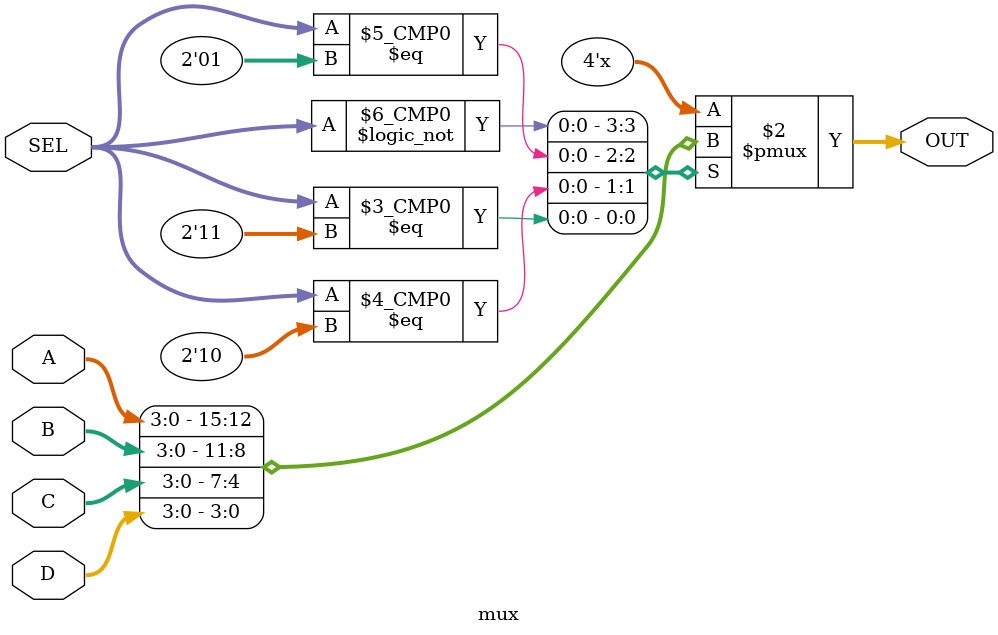
<source format=sv>
/*
Problema 02 b - Roteamento
Cristovão Pessoa Cândido Neto - 121110199
*/
parameter NUM_OF_BITS=4;
module mux(
  input logic[NUM_OF_BITS-1:0] A, B, C, D,
  input logic[1:0] SEL,
  output logic[NUM_OF_BITS-1:0] OUT
);
  always_comb begin 
    case(SEL)
      2'b00 : OUT <= A;
      2'b01 : OUT <= B;
      2'b10 : OUT <= C;
      2'b11 : OUT <= D;
      default : OUT <= 4'b0000;
    endcase
  end
endmodule

</source>
